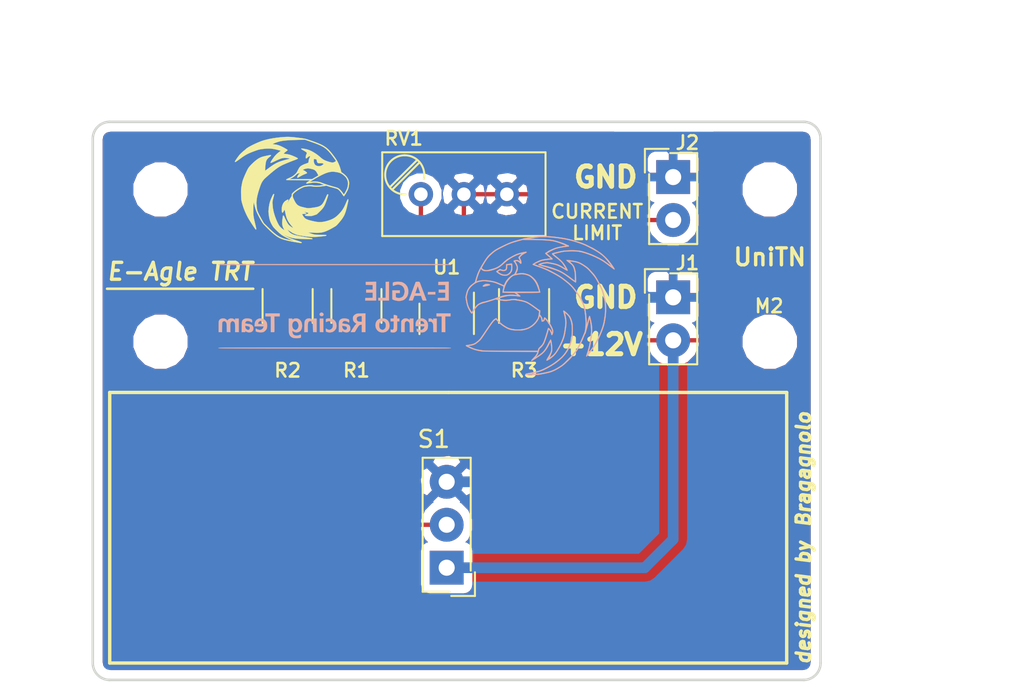
<source format=kicad_pcb>
(kicad_pcb (version 4) (host pcbnew 4.0.7)
  (layers (0 F.Cu signal) (31 B.Cu signal) (34 B.Paste user) (35 F.Paste user) (36 B.SilkS user) (37 F.SilkS user) (38 B.Mask user) (39 F.Mask user) (44 Edge.Cuts user))
  (net 0 "")
  (net 1 GND)
  (net 2 +12V)
  (net 3 Current_limit)
  (net 4 Current_sense)
  (net 5 "Net-(R2-Pad2)")
  (module Mounting_Holes:MountingHole_2.2mm_M2 (layer F.Cu) (at 188 97)
    (fp_text reference REF** hide)
    (fp_text value MountingHole_2.2mm_M2)
    (pad 1 np_thru_hole circle (at 0 0) (size 2.2 2.2) (drill 2.2) (layers *.Cu *.Mask))
  )
  (module Mounting_Holes:MountingHole_2.2mm_M2 (layer F.Cu) (at 188 106)
    (fp_text reference M2 (at -0.04 -2.114) (layer F.SilkS) (effects (font (size 0.8 0.8))))
    (fp_text value "" hide)
    (pad 1 np_thru_hole circle (at 0 0) (size 2.2 2.2) (drill 2.2) (layers *.Cu *.Mask))
  )
  (module Mounting_Holes:MountingHole_2.2mm_M2 (layer F.Cu) (at 188 106)
    (fp_text reference REF** hide)
    (fp_text value MountingHole_2.2mm_M2 hide)
    (pad 1 np_thru_hole circle (at 0 0) (size 2.2 2.2) (drill 2.2) (layers *.Cu *.Mask))
  )
  (module Mounting_Holes:MountingHole_2.2mm_M2 (layer F.Cu) (at 188 97)
    (fp_text reference REF** hide)
    (fp_text value MountingHole_2.2mm_M2 hide)
    (pad 1 np_thru_hole circle (at 0 0) (size 2.2 2.2) (drill 2.2) (layers *.Cu *.Mask))
  )
  (module Mounting_Holes:MountingHole_2.2mm_M2 (layer F.Cu) (at 152 97)
    (fp_text reference REF** hide)
    (fp_text value MountingHole_2.2mm_M2)
    (pad 1 np_thru_hole circle (at 0 0) (size 2.2 2.2) (drill 2.2) (layers *.Cu *.Mask))
  )
  (module Mounting_Holes:MountingHole_2.2mm_M2 (layer F.Cu) (at 152 106)
    (fp_text reference REF** hide)
    (fp_text value MountingHole_2.2mm_M2)
    (pad 1 np_thru_hole circle (at 0 0) (size 2.2 2.2) (drill 2.2) (layers *.Cu *.Mask))
  )
  (module Mounting_Holes:MountingHole_2.2mm_M2 (layer F.Cu) (at 152 106)
    (fp_text reference REF** hide)
    (fp_text value MountingHole_2.2mm_M2)
    (pad 1 np_thru_hole circle (at 0 0) (size 2.2 2.2) (drill 2.2) (layers *.Cu *.Mask))
  )
  (module Mounting_Holes:MountingHole_2.2mm_M2 (layer F.Cu) (at 152 97)
    (fp_text reference REF** hide)
    (fp_text value MountingHole_2.2mm_M2)
    (pad 1 np_thru_hole circle (at 0 0) (size 2.2 2.2) (drill 2.2) (layers *.Cu *.Mask))
  )
  (module Connectors_Samtec:SL-102-X-XX_1x02 (layer F.Cu) (at 182.292 103.378)
    (fp_text reference J1 (at 0.842 -2.032 180) (layer F.SilkS) (effects (font (size 0.8 0.8))))
    (fp_text value LV_Vin)
    (pad 1 thru_hole rect (at 0 0) (size 2 2) (drill 0.95) (layers *.Cu *.Mask) (net 1 GND))
    (pad 2 thru_hole circle (at 0 2.54) (size 2 2) (drill 0.95) (layers *.Cu *.Mask) (net 2 +12V))
  )
  (module Connectors_Samtec:SL-102-X-XX_1x02 (layer F.Cu) (at 182.292 96.266)
    (fp_text reference J2 (at 0.842 -2.032 180) (layer F.SilkS) (effects (font (size 0.8 0.8))))
    (fp_text value Sensor_OUT hide)
    (pad 1 thru_hole rect (at 0 0) (size 2 2) (drill 0.95) (layers *.Cu *.Mask) (net 1 GND))
    (pad 2 thru_hole circle (at 0 2.54) (size 2 2) (drill 0.95) (layers *.Cu *.Mask) (net 3 Current_limit))
  )
  (module Resistors_SMD:R_1210_HandSoldering (layer F.Cu) (at 163.576 103.886 90)
    (fp_text reference R1 (at -3.81 0 180) (layer F.SilkS) (effects (font (size 0.8 0.8))))
    (fp_text value 10K)
    (pad 1 smd rect (at -2 0 90) (size 2 2.5) (layers F.Cu F.Paste F.Mask) (net 4 Current_sense))
    (pad 2 smd rect (at 2 0 90) (size 2 2.5) (layers F.Cu F.Paste F.Mask) (net 1 GND))
  )
  (module Resistors_SMD:R_1210_HandSoldering (layer F.Cu) (at 159.512 103.886 90)
    (fp_text reference R2 (at -3.81 0 180) (layer F.SilkS) (effects (font (size 0.8 0.8))))
    (fp_text value 10K)
    (pad 1 smd rect (at -2 0 90) (size 2 2.5) (layers F.Cu F.Paste F.Mask) (net 2 +12V))
    (pad 2 smd rect (at 2 0 90) (size 2 2.5) (layers F.Cu F.Paste F.Mask) (net 5 "Net-(R2-Pad2)"))
  )
  (module Resistors_SMD:R_1210_HandSoldering (layer F.Cu) (at 173.482 103.886 90)
    (fp_text reference R3 (at -3.81 0 180) (layer F.SilkS) (effects (font (size 0.8 0.8))))
    (fp_text value 10K)
    (pad 1 smd rect (at -2 0 90) (size 2 2.5) (layers F.Cu F.Paste F.Mask) (net 2 +12V))
    (pad 2 smd rect (at 2 0 90) (size 2 2.5) (layers F.Cu F.Paste F.Mask) (net 3 Current_limit))
  )
  (module Potentiometers:Potentiometer_Trimmer_Bourns_3296W (layer F.Cu) (at 167.386 97.282 180)
    (fp_text reference RV1 (at 1.016 3.302 180) (layer F.SilkS) (effects (font (size 0.8 0.8))))
    (fp_text value 10K)
    (pad 1 thru_hole circle (at 0 0 180) (size 1.44 1.44) (drill 0.8) (layers *.Cu *.Mask) (net 5 "Net-(R2-Pad2)"))
    (pad 2 thru_hole circle (at -2.54 0 180) (size 1.44 1.44) (drill 0.8) (layers *.Cu *.Mask) (net 1 GND))
    (pad 3 thru_hole circle (at -5.08 0 180) (size 1.44 1.44) (drill 0.8) (layers *.Cu *.Mask) (net 1 GND))
  )
  (module Connectors_Samtec:SL-103-X-XX_1x03 (layer F.Cu) (at 168.91 119.364 180)
    (fp_text reference S1 (at 0.762 7.604 360) (layer F.SilkS))
    (fp_text value CLSA1DE)
    (pad 1 thru_hole rect (at 0 0 180) (size 2 2) (drill 0.95) (layers *.Cu *.Mask) (net 2 +12V))
    (pad 2 thru_hole circle (at 0 2.54 180) (size 2 2) (drill 0.95) (layers *.Cu *.Mask) (net 4 Current_sense))
    (pad 3 thru_hole circle (at 0 5.08 180) (size 2 2) (drill 0.95) (layers *.Cu *.Mask) (net 1 GND))
  )
  (module TO_SOT_Packages_SMD:SOT-23-5_HandSoldering (layer F.Cu) (at 168.91 104.648 270)
    (fp_text reference U1 (at -3.048 0 360) (layer F.SilkS) (effects (font (size 0.8 0.8))))
    (fp_text value MIC6270)
    (pad 1 smd rect (at -1.35 -0.95 270) (size 1.56 0.65) (layers F.Cu F.Paste F.Mask) (net 3 Current_limit))
    (pad 2 smd rect (at -1.35 0 270) (size 1.56 0.65) (layers F.Cu F.Paste F.Mask) (net 1 GND))
    (pad 3 smd rect (at -1.35 0.95 270) (size 1.56 0.65) (layers F.Cu F.Paste F.Mask) (net 5 "Net-(R2-Pad2)"))
    (pad 4 smd rect (at 1.35 0.95 270) (size 1.56 0.65) (layers F.Cu F.Paste F.Mask) (net 4 Current_sense))
    (pad 5 smd rect (at 1.35 -0.95 270) (size 1.56 0.65) (layers F.Cu F.Paste F.Mask) (net 2 +12V))
  )
  (module simbolo8cm:simbolo_6mm (layer F.Cu) (at 159.766 97.028)
    (fp_text reference G*** hide)
    (fp_text value LOGO hide)
  )
  (module simbolo8cm:simbolo_1900 (layer B.Cu) (at 167.132 103.886 180)
    (fp_text reference G*** hide)
    (fp_text value LOGO hide)
  )
  (gr_line (start 149 126) (end 190 126) (angle 90) (layer Edge.Cuts) (width 0.15))
  (gr_line (start 148 94) (end 148 125) (angle 90) (layer Edge.Cuts) (width 0.15))
  (gr_line (start 190 93) (end 149 93) (angle 90) (layer Edge.Cuts) (width 0.15))
  (gr_line (start 191 125) (end 191 94) (angle 90) (layer Edge.Cuts) (width 0.15))
  (gr_arc (start 149 94) (end 148 94) (angle 90) (layer Edge.Cuts) (width 0.15))
  (gr_arc (start 149 125) (end 149 126) (angle 90) (layer Edge.Cuts) (width 0.15))
  (gr_arc (start 190 125) (end 191 125) (angle 90) (layer Edge.Cuts) (width 0.15))
  (gr_arc (start 190 94) (end 190 93) (angle 90) (layer Edge.Cuts) (width 0.15))
  (gr_text UniTN (at 188 101) (layer F.SilkS) (effects (font (size 1 1) (thickness 0.2))))
  (gr_line (start 148.844 102.87) (end 157.48 102.87) (angle 90) (layer F.SilkS) (width 0.15))
  (gr_text "E-Agle TRT" (at 153.162 101.854) (layer F.SilkS) (effects (font (size 1 1) (thickness 0.2) italic)))
  (gr_text +12V (at 178.054 106.172) (layer F.SilkS) (effects (font (size 1.2 1.2) (thickness 0.3))))
  (gr_text GND (at 178.308 103.378) (layer F.SilkS) (effects (font (size 1.2 1.2) (thickness 0.3))))
  (gr_text LIMIT (at 177.8 99.568) (layer F.SilkS) (effects (font (size 0.8 0.8))))
  (gr_text CURRENT (at 177.8 98.298) (layer F.SilkS) (effects (font (size 0.8 0.8))))
  (gr_text GND (at 178.308 96.266) (layer F.SilkS) (effects (font (size 1.2 1.2) (thickness 0.3))))
  (gr_text Bragagnolo (at 189.992 113.538 90) (layer F.SilkS) (effects (font (size 0.8 0.8) (thickness 0.2) italic)))
  (gr_text "designed by" (at 189.992 121.412 90) (layer F.SilkS) (effects (font (size 0.8 0.8) (thickness 0.2) italic)))
  (gr_line (start 149 109) (end 169 109) (angle 90) (layer F.SilkS) (width 0.2))
  (gr_line (start 149 125) (end 149 109) (angle 90) (layer F.SilkS) (width 0.2))
  (gr_line (start 189 125) (end 149 125) (angle 90) (layer F.SilkS) (width 0.2))
  (gr_line (start 189 109) (end 189 125) (angle 90) (layer F.SilkS) (width 0.2))
  (gr_line (start 169 109) (end 189 109) (angle 90) (layer F.SilkS) (width 0.2))
  (segment (start 182.292 96.266) (end 180.594 96.266) (width 0.254) (layer B.Cu) (net 1))
  (segment (start 179.832 103.378) (end 180.086 103.124) (width 0.254) (layer B.Cu) (net 1))
  (segment (start 180.086 103.124) (end 180.086 96.774) (width 0.254) (layer B.Cu) (net 1))
  (segment (start 180.086 96.774) (end 180.594 96.266) (width 0.254) (layer B.Cu) (net 1))
  (segment (start 179.832 103.378) (end 182.292 103.378) (width 0.254) (layer B.Cu) (net 1))
  (segment (start 182.292 103.378) (end 179.07 103.378) (width 0.635) (layer B.Cu) (net 1))
  (segment (start 176.8 114.284) (end 168.91 114.284) (width 0.635) (layer B.Cu) (net 1))
  (segment (start 178.054 104.394) (end 179.07 103.378) (width 0.635) (layer B.Cu) (net 1))
  (segment (start 178.054 113.03) (end 178.054 104.394) (width 0.635) (layer B.Cu) (net 1))
  (segment (start 176.8 114.284) (end 178.054 113.03) (width 0.635) (layer B.Cu) (net 1))
  (segment (start 168.91 103.298) (end 168.91 104.394) (width 0.254) (layer F.Cu) (net 1))
  (segment (start 165.64 101.886) (end 163.576 101.886) (width 0.254) (layer F.Cu) (net 1))
  (segment (start 166.116 102.362) (end 165.64 101.886) (width 0.254) (layer F.Cu) (net 1))
  (segment (start 166.116 104.14) (end 166.116 102.362) (width 0.254) (layer F.Cu) (net 1))
  (segment (start 166.624 104.648) (end 166.116 104.14) (width 0.254) (layer F.Cu) (net 1))
  (segment (start 168.656 104.648) (end 166.624 104.648) (width 0.254) (layer F.Cu) (net 1))
  (segment (start 168.91 104.394) (end 168.656 104.648) (width 0.254) (layer F.Cu) (net 1))
  (segment (start 168.91 103.298) (end 168.91 101.092) (width 0.254) (layer F.Cu) (net 1))
  (segment (start 169.926 100.076) (end 169.926 97.282) (width 0.254) (layer F.Cu) (net 1))
  (segment (start 168.91 101.092) (end 169.926 100.076) (width 0.254) (layer F.Cu) (net 1))
  (segment (start 169.926 97.282) (end 172.466 97.282) (width 0.254) (layer F.Cu) (net 1))
  (segment (start 172.466 97.282) (end 177.8 97.282) (width 0.254) (layer F.Cu) (net 1))
  (segment (start 178.816 96.266) (end 182.292 96.266) (width 0.254) (layer F.Cu) (net 1))
  (segment (start 177.8 97.282) (end 178.816 96.266) (width 0.254) (layer F.Cu) (net 1))
  (segment (start 168.91 119.364) (end 180.61 119.364) (width 0.635) (layer B.Cu) (net 2))
  (segment (start 182.292 117.682) (end 182.292 105.918) (width 0.635) (layer B.Cu) (net 2))
  (segment (start 180.61 119.364) (end 182.292 117.682) (width 0.635) (layer B.Cu) (net 2))
  (segment (start 159.512 105.886) (end 157.956 105.886) (width 0.254) (layer F.Cu) (net 2))
  (segment (start 184.15 105.918) (end 182.292 105.918) (width 0.254) (layer F.Cu) (net 2))
  (segment (start 184.658 105.41) (end 184.15 105.918) (width 0.254) (layer F.Cu) (net 2))
  (segment (start 184.658 94.488) (end 184.658 105.41) (width 0.254) (layer F.Cu) (net 2))
  (segment (start 184.15 93.98) (end 184.658 94.488) (width 0.254) (layer F.Cu) (net 2))
  (segment (start 179.324 93.98) (end 184.15 93.98) (width 0.254) (layer F.Cu) (net 2))
  (segment (start 177.8 95.504) (end 179.324 93.98) (width 0.254) (layer F.Cu) (net 2))
  (segment (start 165.608 95.504) (end 177.8 95.504) (width 0.254) (layer F.Cu) (net 2))
  (segment (start 165.1 96.012) (end 165.608 95.504) (width 0.254) (layer F.Cu) (net 2))
  (segment (start 165.1 98.044) (end 165.1 96.012) (width 0.254) (layer F.Cu) (net 2))
  (segment (start 164.592 98.552) (end 165.1 98.044) (width 0.254) (layer F.Cu) (net 2))
  (segment (start 158.242 98.552) (end 164.592 98.552) (width 0.254) (layer F.Cu) (net 2))
  (segment (start 157.48 99.314) (end 158.242 98.552) (width 0.254) (layer F.Cu) (net 2))
  (segment (start 157.48 105.41) (end 157.48 99.314) (width 0.254) (layer F.Cu) (net 2))
  (segment (start 157.956 105.886) (end 157.48 105.41) (width 0.254) (layer F.Cu) (net 2))
  (segment (start 173.482 105.886) (end 169.972 105.886) (width 0.254) (layer F.Cu) (net 2))
  (segment (start 169.972 105.886) (end 169.86 105.998) (width 0.254) (layer F.Cu) (net 2))
  (segment (start 182.292 105.918) (end 173.514 105.918) (width 0.254) (layer F.Cu) (net 2))
  (segment (start 173.514 105.918) (end 173.482 105.886) (width 0.254) (layer F.Cu) (net 2))
  (segment (start 182.292 98.806) (end 180.086 98.806) (width 0.254) (layer F.Cu) (net 3))
  (segment (start 177.006 101.886) (end 173.482 101.886) (width 0.254) (layer F.Cu) (net 3))
  (segment (start 180.086 98.806) (end 177.006 101.886) (width 0.254) (layer F.Cu) (net 3))
  (segment (start 169.86 103.298) (end 170.514 103.298) (width 0.254) (layer F.Cu) (net 3))
  (segment (start 171.926 101.886) (end 173.482 101.886) (width 0.254) (layer F.Cu) (net 3))
  (segment (start 170.514 103.298) (end 171.926 101.886) (width 0.254) (layer F.Cu) (net 3))
  (segment (start 167.96 105.998) (end 167.96 107.884) (width 0.254) (layer F.Cu) (net 4))
  (segment (start 167.386 108.458) (end 163.576 108.458) (width 0.254) (layer F.Cu) (net 4))
  (segment (start 167.96 107.884) (end 167.386 108.458) (width 0.254) (layer F.Cu) (net 4))
  (segment (start 163.576 105.886) (end 163.576 108.458) (width 0.254) (layer F.Cu) (net 4))
  (segment (start 163.576 108.458) (end 163.576 116.078) (width 0.254) (layer F.Cu) (net 4))
  (segment (start 164.322 116.824) (end 168.91 116.824) (width 0.254) (layer F.Cu) (net 4))
  (segment (start 163.576 116.078) (end 164.322 116.824) (width 0.254) (layer F.Cu) (net 4))
  (segment (start 159.512 101.886) (end 159.512 100.076) (width 0.254) (layer F.Cu) (net 5))
  (segment (start 160.274 99.314) (end 167.386 99.314) (width 0.254) (layer F.Cu) (net 5))
  (segment (start 159.512 100.076) (end 160.274 99.314) (width 0.254) (layer F.Cu) (net 5))
  (segment (start 167.386 97.282) (end 167.386 99.314) (width 0.254) (layer F.Cu) (net 5))
  (segment (start 167.386 99.314) (end 167.386 100.584) (width 0.254) (layer F.Cu) (net 5))
  (segment (start 167.96 101.158) (end 167.96 103.298) (width 0.254) (layer F.Cu) (net 5))
  (segment (start 167.386 100.584) (end 167.96 101.158) (width 0.254) (layer F.Cu) (net 5))
  (zone (net 1) (net_name GND) (layer F.Cu) (connect_pads (clearance 0.508)) (min_thickness 0.03) (fill yes (arc_segments 16) (thermal_gap 0.508) (thermal_bridge_width 0.508))
    (polygon (pts (xy 191 126) (xy 148 126) (xy 148 93) (xy 191 93)))
  )
  (zone (net 1) (net_name GND) (layer B.Cu) (connect_pads (clearance 0.508)) (min_thickness 0.03) (fill yes (arc_segments 16) (thermal_gap 0.508) (thermal_bridge_width 0.508))
    (polygon (pts (xy 191 126) (xy 148 126) (xy 148 93) (xy 191 93)))
  )
)
</source>
